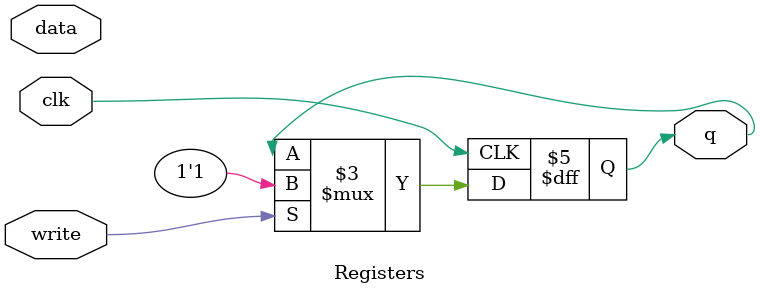
<source format=v>
`timescale 1ns / 1ps


module Registers(
    input clk,
    input data,
    input write,
    output q
);

reg q;

always @(posedge clk)
    begin
        if (write == 1)
            q <= 1;
        //end
    end
   
endmodule

</source>
